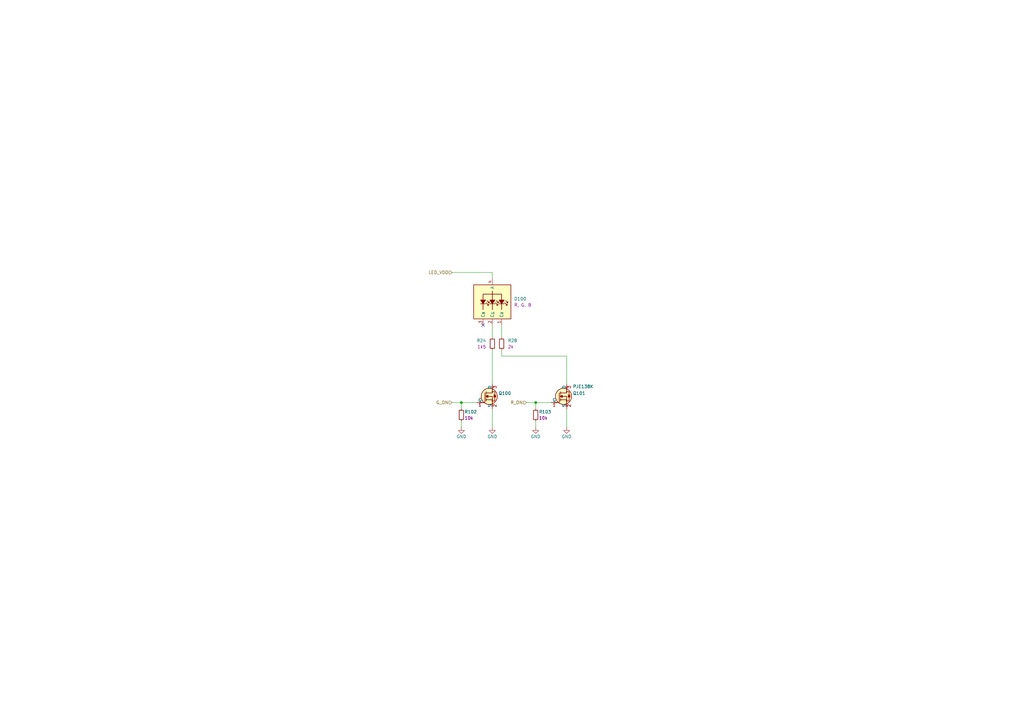
<source format=kicad_sch>
(kicad_sch (version 20250114) (generator "eeschema") (generator_version "9.0")
  (paper "A3")
  (title_block (title "Jetson Orin Baseboard Test Rig") (date "2025-06-25") (rev "1.1.0") (company "Antmicro Ltd") (comment 1 "www.antmicro.com"))
  (lib_symbols
    (symbol "R_10k_0402_1" (pin_numbers (hide yes)) (pin_names (hide yes))
      (property "Reference" "R" (at 20.32 -5.08 0))
      (property "Val" "10k" (at 20.32 -7.62 0))
      (symbol "R_10k_0402_1_0_1"
        (rectangle (start 0.635 0.889) (end 4.445 -0.889) (stroke (width 0.254)))
      )
      (symbol "R_10k_0402_1_1_1"
        (pin passive line (at 0 0 0) (length 0.635) (name "~") (number "1"))
        (pin passive line (at 5.08 0 180) (length 0.635) (name "~") (number "2"))
      )
    )
    (symbol "antmicroLEDIndicationDiscrete:LED_RGB_PLCC4_ASMB_MTB1_0A3A2"
      (property "Reference" "D" (at 27.94 -2.54 0))
      (property "Color" "R, G, B" (at 27.94 -5.08 0))
      (symbol "LED_RGB_PLCC4_ASMB_MTB1_0A3A2_1_1"
        (rectangle (start 2.54 -11.43) (end 16.51 3.81) (stroke (width 0.254)) (fill (type background)))
        (polyline (pts (xy 6.35 0) (xy 8.89 0)) (stroke (width 0.254)))
        (polyline (pts (xy 6.35 -3.81) (xy 8.89 -3.81)) (stroke (width 0.254)))
        (polyline (pts (xy 6.35 -7.62) (xy 8.89 -7.62)) (stroke (width 0.254)))
        (polyline (pts (xy 8.128 2.286) (xy 8.128 1.778) (xy 8.128 2.286) (xy 8.636 2.286) (xy 8.128 2.286) (xy 9.144 1.27)) (stroke (width 0.254)))
        (polyline (pts (xy 8.128 -1.524) (xy 8.128 -2.032) (xy 8.128 -1.524) (xy 8.636 -1.524) (xy 8.128 -1.524) (xy 9.144 -2.54)) (stroke (width 0.254)))
        (polyline (pts (xy 8.128 -5.334) (xy 8.128 -5.842) (xy 8.128 -5.334) (xy 8.636 -5.334) (xy 8.128 -5.334) (xy 9.144 -6.35)) (stroke (width 0.254)))
        (polyline (pts (xy 8.763 1.016) (xy 8.763 -1.016)) (stroke (width 0.254)))
        (polyline (pts (xy 8.763 -2.794) (xy 8.763 -4.826)) (stroke (width 0.254)))
        (polyline (pts (xy 8.763 -6.604) (xy 8.763 -8.636)) (stroke (width 0.254)))
        (polyline (pts (xy 9.144 2.54) (xy 9.144 2.032) (xy 9.144 2.54) (xy 9.652 2.54) (xy 9.144 2.54) (xy 10.033 1.651)) (stroke (width 0.254)))
        (polyline (pts (xy 9.144 -1.27) (xy 9.144 -1.778) (xy 9.144 -1.27) (xy 9.652 -1.27) (xy 9.144 -1.27) (xy 10.033 -2.159)) (stroke (width 0.254)))
        (polyline (pts (xy 9.144 -5.08) (xy 9.144 -5.588) (xy 9.144 -5.08) (xy 9.652 -5.08) (xy 9.144 -5.08) (xy 10.033 -5.969)) (stroke (width 0.254)))
        (polyline (pts (xy 10.16 -3.81) (xy 12.7 -3.81) (xy 12.7 0) (xy 10.16 0)) (stroke (width 0.254)))
        (polyline (pts (xy 10.287 1.016) (xy 10.287 -1.016) (xy 8.763 0) (xy 10.287 1.016)) (stroke (width 0.254)) (fill (type outline)))
        (polyline (pts (xy 10.287 -2.794) (xy 10.287 -4.826) (xy 8.763 -3.81) (xy 10.287 -2.794)) (stroke (width 0.254)) (fill (type outline)))
        (polyline (pts (xy 10.287 -6.604) (xy 10.287 -8.636) (xy 8.763 -7.62) (xy 10.287 -6.604)) (stroke (width 0.254)) (fill (type outline)))
        (polyline (pts (xy 12.7 -3.81) (xy 13.97 -3.81)) (stroke (width 0.254)))
        (polyline (pts (xy 12.7 -3.81) (xy 12.7 -7.62) (xy 10.16 -7.62)) (stroke (width 0.254)))
        (pin passive line (at 0 0 0) (length 2.54) (name "C_{R}") (number "1"))
        (pin passive line (at 0 -3.81 0) (length 2.54) (name "C_{G}") (number "2"))
        (pin passive line (at 0 -7.62 0) (length 2.54) (name "C_{B}") (number "3"))
        (pin passive line (at 19.05 -3.81 180) (length 2.54) (name "A") (number "4"))
      )
    )
    (symbol "antmicroResistors0402:R_1k5_0402" (pin_numbers (hide yes)) (pin_names (hide yes))
      (property "Reference" "R" (at 20.32 -5.08 0))
      (property "Val" "1k5" (at 20.32 -7.62 0))
      (symbol "R_1k5_0402_0_1"
        (rectangle (start 0.635 0.889) (end 4.445 -0.889) (stroke (width 0.254)))
      )
      (symbol "R_1k5_0402_1_1"
        (pin passive line (at 0 0 0) (length 0.635) (name "~") (number "1"))
        (pin passive line (at 5.08 0 180) (length 0.635) (name "~") (number "2"))
      )
    )
    (symbol "antmicroResistors0402:R_2k_0402" (pin_numbers (hide yes)) (pin_names (hide yes))
      (property "Reference" "R" (at 20.32 -5.08 0))
      (property "Val" "2k" (at 20.32 -7.62 0))
      (symbol "R_2k_0402_0_1"
        (rectangle (start 0.635 0.889) (end 4.445 -0.889) (stroke (width 0.254)))
      )
      (symbol "R_2k_0402_1_1"
        (pin passive line (at 0 0 0) (length 0.635) (name "~") (number "1"))
        (pin passive line (at 5.08 0 180) (length 0.635) (name "~") (number "2"))
      )
    )
    (symbol "antmicroTransistorsFETsMOSFETsSingle:PJE138K" (pin_names (offset 0))
      (property "Reference" "Q" (at 22.86 -6.35 0))
      (property "MPN" "PJE138K_R1_00001" (at 22.86 -16.51 0))
      (symbol "PJE138K_1_1"
        (polyline (pts (xy 1.27 0) (xy 3.302 0) (xy 3.302 3.937)) (stroke (width 0.254)))
        (polyline (pts (xy 3.81 4.445) (xy 3.81 3.429)) (stroke (width 0.254)) (fill (type background)))
        (polyline (pts (xy 3.81 2.54) (xy 3.81 3.048)) (stroke (width 0.254)) (fill (type background)))
        (polyline (pts (xy 3.81 2.54) (xy 3.81 2.032)) (stroke (width 0.254)) (fill (type background)))
        (polyline (pts (xy 3.81 2.54) (xy 4.572 3.048) (xy 4.572 2.032) (xy 3.81 2.54)) (stroke (width 0.254)) (fill (type outline)))
        (polyline (pts (xy 3.81 1.143) (xy 3.81 1.651)) (stroke (width 0.254)) (fill (type background)))
        (polyline (pts (xy 3.81 1.143) (xy 3.81 0.635)) (stroke (width 0.254)) (fill (type background)))
        (circle (center 5.08 2.54) (radius 3.302) (stroke (width 0.254)) (fill (type background)))
        (polyline (pts (xy 6.223 0.635) (xy 7.366 0.635) (xy 7.366 3.937) (xy 7.366 4.445) (xy 6.223 4.445)) (stroke (width 0.254)))
        (polyline (pts (xy 6.35 6.35) (xy 6.35 3.937) (xy 3.81 3.937)) (stroke (width 0.254)))
        (circle (center 6.35 4.445) (radius 0.127) (stroke (width 0.254)) (fill (type background)))
        (polyline (pts (xy 6.35 1.143) (xy 3.81 1.143)) (stroke (width 0.254)) (fill (type background)))
        (circle (center 6.35 1.143) (radius 0.127) (stroke (width 0.254)) (fill (type background)))
        (circle (center 6.35 0.635) (radius 0.127) (stroke (width 0.254)) (fill (type background)))
        (polyline (pts (xy 6.35 -1.27) (xy 6.35 2.54) (xy 3.81 2.54)) (stroke (width 0.254)))
        (polyline (pts (xy 7.366 3.048) (xy 6.858 2.286) (xy 7.874 2.286) (xy 7.366 3.048)) (stroke (width 0.254)) (fill (type outline)))
        (polyline (pts (xy 7.874 3.048) (xy 6.858 3.048)) (stroke (width 0.254)) (fill (type background)))
        (pin input line (at 0 0 0) (length 2.54) (name "G") (number "1"))
        (pin passive line (at 6.35 7.62 270) (length 2.54) (name "D") (number "3"))
        (pin passive line (at 6.35 -2.54 90) (length 2.54) (name "S") (number "2"))
      )
    )
    (symbol "antmicropower:GND" (power) (pin_numbers (hide yes)) (pin_names (hide yes))
      (property "Value" "GND" (at 8.89 -5.08 0))
      (symbol "GND_1_1"
        (polyline (pts (xy 0 0) (xy 0 -1.27) (xy 1.27 -1.27) (xy 0 -2.54) (xy -1.27 -1.27) (xy 0 -1.27)))
        (pin power_in line (at 0 0 270) (length 0) (name "GND") (number "1"))
      )
    )
  )
  (junction (at 189.23 165.1))
  (junction (at 219.71 165.1))
  (no_connect (at 198.12 133.35))
  (wire (pts (xy 219.71 165.1) (xy 219.71 167.64)))
  (wire (pts (xy 189.23 165.1) (xy 195.58 165.1)))
  (wire (pts (xy 219.71 165.1) (xy 226.06 165.1)))
  (wire (pts (xy 205.74 143.51) (xy 205.74 146.05)))
  (wire (pts (xy 189.23 165.1) (xy 189.23 167.64)))
  (wire (pts (xy 232.41 167.64) (xy 232.41 175.26)))
  (wire (pts (xy 201.93 111.76) (xy 201.93 114.3)))
  (wire (pts (xy 185.42 165.1) (xy 189.23 165.1)))
  (wire (pts (xy 201.93 143.51) (xy 201.93 157.48)))
  (wire (pts (xy 205.74 133.35) (xy 205.74 138.43)))
  (wire (pts (xy 189.23 175.26) (xy 189.23 172.72)))
  (wire (pts (xy 215.9 165.1) (xy 219.71 165.1)))
  (wire (pts (xy 201.93 133.35) (xy 201.93 138.43)))
  (wire (pts (xy 232.41 146.05) (xy 232.41 157.48)))
  (wire (pts (xy 205.74 146.05) (xy 232.41 146.05)))
  (wire (pts (xy 219.71 175.26) (xy 219.71 172.72)))
  (wire (pts (xy 185.42 111.76) (xy 201.93 111.76)))
  (wire (pts (xy 201.93 167.64) (xy 201.93 175.26)))
  (hierarchical_label "R_ON" (shape input) (at 215.9 165.1 180))
  (hierarchical_label "G_ON" (shape input) (at 185.42 165.1 180))
  (hierarchical_label "LED_VDD" (shape input) (at 185.42 111.76 180))
  (symbol (lib_id "antmicropower:GND") (at 201.93 175.26 0) (mirror y) (unit 1)
    (property "Reference" "#PWR070" (effects (hide yes)))
    (property "Value" "GND" (at 201.93 179.07 0))
    (property "Author" "Antmicro" (effects (hide yes)))
    (property "License" "Apache-2.0" (effects (hide yes)))
    (instances (project "" (path "" (reference "#PWR070") (unit 1)) (path "" (reference "#PWR0104") (unit 1)) (path "" (reference "#PWR066") (unit 1)) (path "" (reference "#PWR056") (unit 1))))
  )
  (symbol (lib_id "antmicroTransistorsFETsMOSFETsSingle:PJE138K") (at 226.06 165.1 0) (unit 1)
    (property "Reference" "Q101" (at 234.95 161.29 0) (effects (justify left)))
    (property "Value" "PJE138K" (at 234.95 159.258 0) (effects (justify left bottom)))
    (property "Footprint" "antmicro-footprints:SOT-523" (effects (hide yes)))
    (property "Datasheet" "https://www.mouser.com/datasheet/2/1057/PJE138K-1876698.pdf" (effects (hide yes)))
    (property "Description" "MOSFET, N Channel, 50V, 0.35A, 4.5 ohm, SOT-523, Surface Mount" (effects (hide yes)))
    (property "MPN" "PJE138K_R1_00001" (effects (hide yes)))
    (property "Manufacturer" "PANJIT" (effects (hide yes)))
    (property "Author" "Antmicro" (effects (hide yes)))
    (property "License" "Apache-2.0" (effects (hide yes)))
    (instances (project "" (path "" (reference "Q101") (unit 1)) (path "" (reference "Q401") (unit 1)) (path "" (reference "Q301") (unit 1)) (path "" (reference "Q201") (unit 1))))
  )
  (symbol (lib_id "antmicroResistors0402:R_1k5_0402") (at 201.93 143.51 90) (unit 1)
    (property "Reference" "R24" (at 199.39 139.7 90) (effects (justify left)))
    (property "Value" "R_1k5_0402" (effects (hide yes)))
    (property "Footprint" "antmicro-footprints:R_0402_1005Metric" (effects (hide yes)))
    (property "Datasheet" "https://www.bourns.com/docs/product-datasheets/cr.pdf" (effects (hide yes)))
    (property "Description" "SMD Chip Resistor, 1.5 kohm, ± 1%, 62.5 mW, 0402 [1005 Metric], Thick Film, General Purpose" (effects (hide yes)))
    (property "MPN" "CR0402-FX-1501GLF" (effects (hide yes)))
    (property "Manufacturer" "Bourns" (effects (hide yes)))
    (property "License" "Apache-2.0" (effects (hide yes)))
    (property "Author" "Antmicro" (effects (hide yes)))
    (property "Val" "1k5" (at 199.39 142.24 90) (effects (justify left)))
    (property "Tolerance" "1%" (effects (hide yes)))
    (instances (project "" (path "" (reference "R24") (unit 1)) (path "" (reference "R27") (unit 1)) (path "" (reference "R26") (unit 1)) (path "" (reference "R25") (unit 1))))
  )
  (symbol (lib_name "R_10k_0402_1") (lib_id "antmicroResistors0402:R_10k_0402") (at 219.71 172.72 90) (unit 1)
    (property "Reference" "R103" (at 220.98 168.91 90) (effects (justify right)))
    (property "Value" "R_10k_0402" (effects (hide yes)))
    (property "Footprint" "antmicro-footprints:R_0402_1005Metric" (effects (hide yes)))
    (property "Datasheet" "https://www.bourns.com/docs/product-datasheets/cr.pdf" (effects (hide yes)))
    (property "Description" "SMD Chip Resistor, 10 kohm, ± 1%, 62.5 mW, 0402 [1005 Metric], Thick Film, General Purpose" (effects (hide yes)))
    (property "MPN" "CR0402-FX-1002GLF" (effects (hide yes)))
    (property "Manufacturer" "Bourns" (effects (hide yes)))
    (property "License" "Apache-2.0" (effects (hide yes)))
    (property "Author" "Antmicro" (effects (hide yes)))
    (property "Val" "10k" (at 220.98 171.45 90) (effects (justify right)))
    (property "Tolerance" "1%" (effects (hide yes)))
    (instances (project "" (path "" (reference "R103") (unit 1)) (path "" (reference "R403") (unit 1)) (path "" (reference "R303") (unit 1)) (path "" (reference "R203") (unit 1))))
  )
  (symbol (lib_id "antmicroLEDIndicationDiscrete:LED_RGB_PLCC4_ASMB_MTB1_0A3A2") (at 205.74 133.35 270) (mirror x) (unit 1)
    (property "Reference" "D100" (at 210.82 122.5549 90) (effects (justify left)))
    (property "Value" "LED_RGB_PLCC4_ASMB_MTB1_0A3A2" (effects (hide yes)))
    (property "Footprint" "antmicro-footprints:PLCC4_3.2x2.8mm" (effects (hide yes)))
    (property "Datasheet" "https://docs.broadcom.com/doc/AV02-4194EN" (effects (hide yes)))
    (property "MPN" "ASMB-MTB1-0A3A2" (effects (hide yes)))
    (property "Manufacturer" "Avago Technologies" (effects (hide yes)))
    (property "Color" "R, G, B" (at 210.82 125.0949 90) (effects (justify left)))
    (property "Author" "Antmicro" (effects (hide yes)))
    (property "License" "Apache-2.0" (effects (hide yes)))
    (instances (project "" (path "" (reference "D100") (unit 1)) (path "" (reference "D400") (unit 1)) (path "" (reference "D300") (unit 1)) (path "" (reference "D200") (unit 1))))
  )
  (symbol (lib_id "antmicropower:GND") (at 219.71 175.26 0) (mirror y) (unit 1)
    (property "Reference" "#PWR071" (effects (hide yes)))
    (property "Value" "GND" (at 219.71 179.07 0))
    (property "Author" "Antmicro" (effects (hide yes)))
    (property "License" "Apache-2.0" (effects (hide yes)))
    (instances (project "" (path "" (reference "#PWR071") (unit 1)) (path "" (reference "#PWR0101") (unit 1)) (path "" (reference "#PWR067") (unit 1)) (path "" (reference "#PWR061") (unit 1))))
  )
  (symbol (lib_id "antmicroTransistorsFETsMOSFETsSingle:PJE138K") (at 195.58 165.1 0) (unit 1)
    (property "Reference" "Q100" (at 204.47 161.29 0) (effects (justify left)))
    (property "Value" "PJE138K" (effects (hide yes)))
    (property "Footprint" "antmicro-footprints:SOT-523" (effects (hide yes)))
    (property "Datasheet" "https://www.mouser.com/datasheet/2/1057/PJE138K-1876698.pdf" (effects (hide yes)))
    (property "Description" "MOSFET, N Channel, 50V, 0.35A, 4.5 ohm, SOT-523, Surface Mount" (effects (hide yes)))
    (property "MPN" "PJE138K_R1_00001" (effects (hide yes)))
    (property "Manufacturer" "PANJIT" (effects (hide yes)))
    (property "Author" "Antmicro" (effects (hide yes)))
    (property "License" "Apache-2.0" (effects (hide yes)))
    (instances (project "" (path "" (reference "Q100") (unit 1)) (path "" (reference "Q400") (unit 1)) (path "" (reference "Q300") (unit 1)) (path "" (reference "Q200") (unit 1))))
  )
  (symbol (lib_id "antmicropower:GND") (at 189.23 175.26 0) (mirror y) (unit 1)
    (property "Reference" "#PWR069" (effects (hide yes)))
    (property "Value" "GND" (at 189.23 179.07 0))
    (property "Author" "Antmicro" (effects (hide yes)))
    (property "License" "Apache-2.0" (effects (hide yes)))
    (instances (project "" (path "" (reference "#PWR069") (unit 1)) (path "" (reference "#PWR0103") (unit 1)) (path "" (reference "#PWR065") (unit 1)) (path "" (reference "#PWR055") (unit 1))))
  )
  (symbol (lib_id "antmicropower:GND") (at 232.41 175.26 0) (mirror y) (unit 1)
    (property "Reference" "#PWR072" (effects (hide yes)))
    (property "Value" "GND" (at 232.41 179.07 0))
    (property "Author" "Antmicro" (effects (hide yes)))
    (property "License" "Apache-2.0" (effects (hide yes)))
    (instances (project "" (path "" (reference "#PWR072") (unit 1)) (path "" (reference "#PWR0102") (unit 1)) (path "" (reference "#PWR068") (unit 1)) (path "" (reference "#PWR062") (unit 1))))
  )
  (symbol (lib_id "antmicroResistors0402:R_2k_0402") (at 205.74 143.51 90) (unit 1)
    (property "Reference" "R28" (at 208.28 139.7 90) (effects (justify right)))
    (property "Value" "R_2k_0402" (effects (hide yes)))
    (property "Footprint" "antmicro-footprints:R_0402_1005Metric" (effects (hide yes)))
    (property "Datasheet" "https://www.bourns.com/docs/product-datasheets/cr.pdf" (effects (hide yes)))
    (property "Description" "SMD Chip Resistor, 2 kohm, ± 1%, 62.5 mW, 0402 [1005 Metric], Thick Film, General Purpose" (effects (hide yes)))
    (property "MPN" "CR0402-FX-2001GLF" (effects (hide yes)))
    (property "Manufacturer" "Bourns" (effects (hide yes)))
    (property "License" "Apache-2.0" (effects (hide yes)))
    (property "Author" "Antmicro" (effects (hide yes)))
    (property "Val" "2k" (at 208.28 142.24 90) (effects (justify right)))
    (property "Tolerance" "1%" (effects (hide yes)))
    (instances (project "" (path "" (reference "R28") (unit 1)) (path "" (reference "R31") (unit 1)) (path "" (reference "R30") (unit 1)) (path "" (reference "R29") (unit 1))))
  )
  (symbol (lib_name "R_10k_0402_1") (lib_id "antmicroResistors0402:R_10k_0402") (at 189.23 172.72 90) (unit 1)
    (property "Reference" "R102" (at 190.5 168.91 90) (effects (justify right)))
    (property "Value" "R_10k_0402" (effects (hide yes)))
    (property "Footprint" "antmicro-footprints:R_0402_1005Metric" (effects (hide yes)))
    (property "Datasheet" "https://www.bourns.com/docs/product-datasheets/cr.pdf" (effects (hide yes)))
    (property "Description" "SMD Chip Resistor, 10 kohm, ± 1%, 62.5 mW, 0402 [1005 Metric], Thick Film, General Purpose" (effects (hide yes)))
    (property "MPN" "CR0402-FX-1002GLF" (effects (hide yes)))
    (property "Manufacturer" "Bourns" (effects (hide yes)))
    (property "License" "Apache-2.0" (effects (hide yes)))
    (property "Author" "Antmicro" (effects (hide yes)))
    (property "Val" "10k" (at 190.5 171.45 90) (effects (justify right)))
    (property "Tolerance" "1%" (effects (hide yes)))
    (instances (project "" (path "" (reference "R102") (unit 1)) (path "" (reference "R402") (unit 1)) (path "" (reference "R302") (unit 1)) (path "" (reference "R202") (unit 1))))
  )
)
</source>
